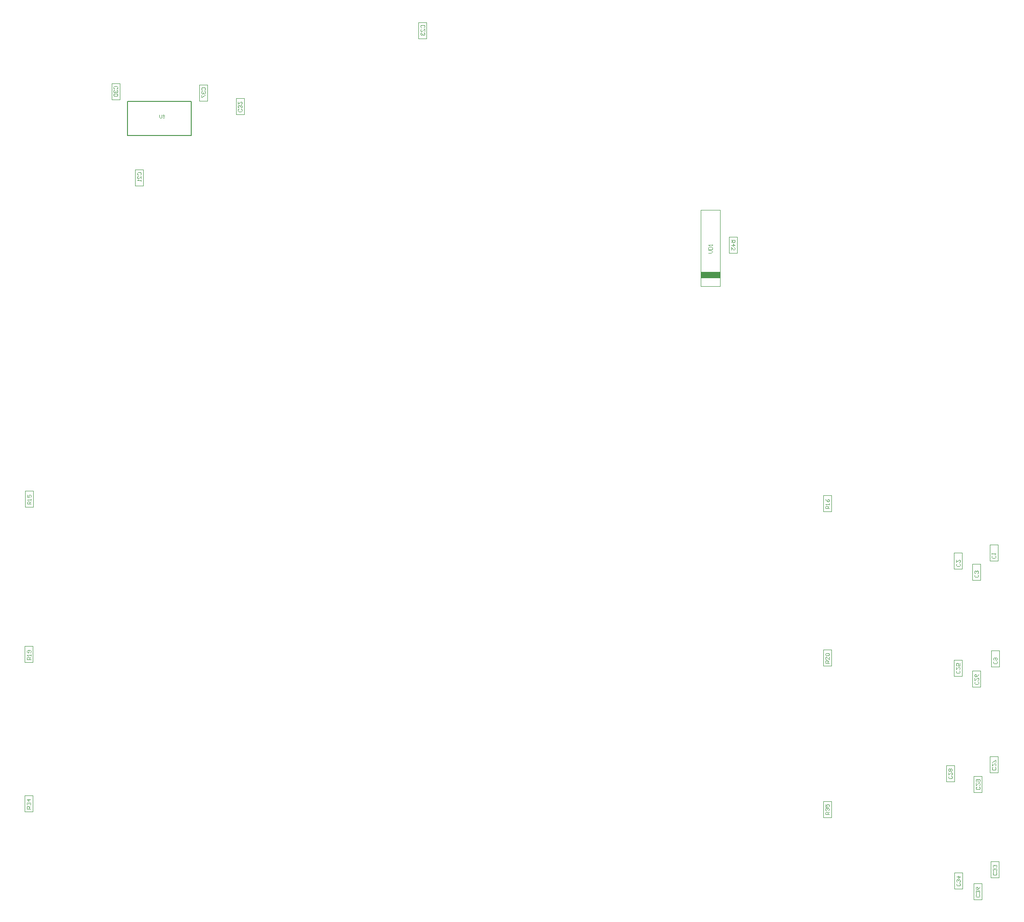
<source format=gbr>
%TF.GenerationSoftware,Altium Limited,Altium Designer,24.7.2 (38)*%
G04 Layer_Color=8388736*
%FSLAX43Y43*%
%MOMM*%
%TF.SameCoordinates,3DDE4B3C-03A5-4BC3-9972-2EF5A5DF1AA7*%
%TF.FilePolarity,Positive*%
%TF.FileFunction,Other,Top_Assembly*%
%TF.Part,Single*%
G01*
G75*
%TA.AperFunction,NonConductor*%
%ADD81C,0.200*%
%ADD106C,0.100*%
%ADD107R,3.675X1.300*%
G36*
X30873Y193207D02*
Y193206D01*
Y193202D01*
Y193198D01*
Y193191D01*
X30872Y193183D01*
Y193174D01*
X30871Y193162D01*
X30870Y193151D01*
X30867Y193126D01*
X30864Y193100D01*
X30858Y193076D01*
X30854Y193064D01*
X30851Y193052D01*
Y193051D01*
X30850Y193050D01*
X30848Y193047D01*
X30846Y193043D01*
X30841Y193033D01*
X30832Y193020D01*
X30821Y193005D01*
X30808Y192990D01*
X30792Y192975D01*
X30771Y192961D01*
X30770D01*
X30768Y192959D01*
X30766Y192958D01*
X30761Y192955D01*
X30756Y192953D01*
X30748Y192950D01*
X30741Y192947D01*
X30731Y192943D01*
X30721Y192940D01*
X30710Y192937D01*
X30698Y192934D01*
X30684Y192931D01*
X30670Y192929D01*
X30656Y192928D01*
X30622Y192926D01*
X30614D01*
X30608Y192927D01*
X30600D01*
X30591Y192928D01*
X30581Y192929D01*
X30571Y192929D01*
X30548Y192933D01*
X30523Y192939D01*
X30499Y192946D01*
X30475Y192956D01*
X30474D01*
X30473Y192958D01*
X30470Y192960D01*
X30466Y192962D01*
X30456Y192969D01*
X30444Y192979D01*
X30430Y192992D01*
X30417Y193007D01*
X30404Y193026D01*
X30394Y193046D01*
Y193047D01*
X30393Y193049D01*
X30392Y193052D01*
X30390Y193057D01*
X30388Y193063D01*
X30387Y193070D01*
X30384Y193078D01*
X30382Y193088D01*
X30380Y193100D01*
X30377Y193112D01*
X30376Y193125D01*
X30374Y193138D01*
X30372Y193154D01*
X30371Y193171D01*
X30370Y193188D01*
Y193207D01*
Y193577D01*
X30455D01*
Y193207D01*
Y193206D01*
Y193203D01*
Y193198D01*
Y193193D01*
X30456Y193186D01*
Y193178D01*
X30457Y193161D01*
X30459Y193140D01*
X30462Y193120D01*
X30465Y193100D01*
X30467Y193092D01*
X30470Y193084D01*
X30471Y193082D01*
X30473Y193077D01*
X30477Y193071D01*
X30483Y193062D01*
X30489Y193052D01*
X30499Y193042D01*
X30510Y193032D01*
X30523Y193024D01*
X30524Y193023D01*
X30529Y193020D01*
X30537Y193017D01*
X30548Y193014D01*
X30561Y193009D01*
X30578Y193006D01*
X30596Y193003D01*
X30615Y193002D01*
X30624D01*
X30630Y193003D01*
X30638D01*
X30646Y193004D01*
X30667Y193008D01*
X30689Y193013D01*
X30710Y193020D01*
X30731Y193030D01*
X30740Y193037D01*
X30748Y193044D01*
X30749Y193045D01*
X30750Y193046D01*
X30752Y193049D01*
X30755Y193052D01*
X30757Y193058D01*
X30761Y193064D01*
X30765Y193072D01*
X30768Y193080D01*
X30772Y193090D01*
X30775Y193102D01*
X30779Y193116D01*
X30781Y193131D01*
X30784Y193148D01*
X30786Y193165D01*
X30788Y193186D01*
Y193207D01*
Y193577D01*
X30873D01*
Y193207D01*
D02*
G37*
G36*
X31204Y193578D02*
X31211Y193578D01*
X31220Y193577D01*
X31229Y193576D01*
X31238Y193573D01*
X31260Y193567D01*
X31283Y193559D01*
X31294Y193554D01*
X31305Y193547D01*
X31315Y193539D01*
X31325Y193530D01*
X31326Y193529D01*
X31327Y193529D01*
X31330Y193526D01*
X31333Y193522D01*
X31337Y193517D01*
X31342Y193511D01*
X31351Y193497D01*
X31360Y193480D01*
X31369Y193459D01*
X31375Y193436D01*
X31376Y193424D01*
X31377Y193411D01*
Y193410D01*
Y193409D01*
Y193404D01*
X31376Y193395D01*
X31374Y193385D01*
X31371Y193372D01*
X31367Y193359D01*
X31361Y193346D01*
X31353Y193333D01*
X31352Y193332D01*
X31348Y193328D01*
X31343Y193322D01*
X31335Y193315D01*
X31325Y193307D01*
X31313Y193298D01*
X31299Y193290D01*
X31283Y193283D01*
X31283D01*
X31285Y193282D01*
X31288Y193281D01*
X31292Y193279D01*
X31303Y193274D01*
X31316Y193268D01*
X31330Y193259D01*
X31344Y193248D01*
X31358Y193235D01*
X31371Y193221D01*
Y193220D01*
X31372Y193219D01*
X31376Y193213D01*
X31381Y193204D01*
X31387Y193192D01*
X31393Y193177D01*
X31398Y193160D01*
X31402Y193140D01*
X31403Y193119D01*
Y193118D01*
Y193115D01*
Y193111D01*
X31402Y193105D01*
X31401Y193099D01*
X31400Y193090D01*
X31398Y193081D01*
X31395Y193071D01*
X31389Y193050D01*
X31384Y193038D01*
X31378Y193027D01*
X31371Y193015D01*
X31364Y193003D01*
X31355Y192992D01*
X31344Y192981D01*
X31344Y192980D01*
X31342Y192978D01*
X31339Y192976D01*
X31334Y192973D01*
X31328Y192968D01*
X31321Y192964D01*
X31313Y192959D01*
X31304Y192953D01*
X31294Y192948D01*
X31282Y192943D01*
X31269Y192939D01*
X31256Y192934D01*
X31241Y192931D01*
X31225Y192929D01*
X31209Y192927D01*
X31192Y192926D01*
X31183D01*
X31176Y192927D01*
X31168Y192928D01*
X31159Y192929D01*
X31148Y192930D01*
X31137Y192933D01*
X31112Y192940D01*
X31099Y192944D01*
X31087Y192949D01*
X31074Y192955D01*
X31062Y192963D01*
X31050Y192971D01*
X31038Y192981D01*
X31038Y192982D01*
X31036Y192984D01*
X31033Y192987D01*
X31029Y192991D01*
X31025Y192997D01*
X31020Y193003D01*
X31015Y193011D01*
X31010Y193020D01*
X31004Y193029D01*
X31000Y193040D01*
X30990Y193064D01*
X30987Y193077D01*
X30984Y193091D01*
X30982Y193106D01*
X30981Y193121D01*
Y193122D01*
Y193124D01*
Y193127D01*
X30982Y193131D01*
Y193137D01*
X30983Y193143D01*
X30985Y193158D01*
X30989Y193174D01*
X30994Y193191D01*
X31002Y193209D01*
X31013Y193225D01*
Y193226D01*
X31014Y193227D01*
X31018Y193232D01*
X31025Y193239D01*
X31036Y193248D01*
X31049Y193258D01*
X31064Y193268D01*
X31082Y193276D01*
X31103Y193283D01*
X31102D01*
X31101Y193284D01*
X31099Y193284D01*
X31095Y193286D01*
X31087Y193290D01*
X31075Y193296D01*
X31063Y193303D01*
X31051Y193312D01*
X31040Y193322D01*
X31030Y193333D01*
X31029Y193335D01*
X31026Y193339D01*
X31023Y193346D01*
X31019Y193356D01*
X31014Y193368D01*
X31011Y193382D01*
X31008Y193397D01*
X31007Y193414D01*
Y193415D01*
Y193417D01*
Y193420D01*
X31008Y193426D01*
X31009Y193431D01*
X31010Y193439D01*
X31013Y193455D01*
X31019Y193473D01*
X31028Y193492D01*
X31034Y193503D01*
X31040Y193513D01*
X31049Y193522D01*
X31057Y193531D01*
X31058Y193532D01*
X31060Y193533D01*
X31062Y193536D01*
X31066Y193539D01*
X31071Y193542D01*
X31077Y193546D01*
X31085Y193551D01*
X31092Y193555D01*
X31101Y193560D01*
X31111Y193565D01*
X31123Y193568D01*
X31135Y193572D01*
X31160Y193578D01*
X31175Y193578D01*
X31190Y193579D01*
X31198D01*
X31204Y193578D01*
D02*
G37*
%LPC*%
G36*
X31192Y193515D02*
X31185D01*
X31176Y193513D01*
X31165Y193511D01*
X31153Y193507D01*
X31140Y193503D01*
X31128Y193495D01*
X31116Y193485D01*
X31115Y193484D01*
X31111Y193480D01*
X31107Y193474D01*
X31102Y193466D01*
X31097Y193456D01*
X31092Y193443D01*
X31088Y193431D01*
X31087Y193416D01*
Y193415D01*
Y193414D01*
X31088Y193408D01*
X31089Y193400D01*
X31091Y193390D01*
X31095Y193378D01*
X31099Y193366D01*
X31107Y193353D01*
X31116Y193342D01*
X31117Y193341D01*
X31122Y193337D01*
X31128Y193333D01*
X31136Y193328D01*
X31148Y193322D01*
X31160Y193318D01*
X31175Y193314D01*
X31192Y193313D01*
X31194D01*
X31199Y193314D01*
X31208Y193315D01*
X31219Y193317D01*
X31231Y193321D01*
X31243Y193325D01*
X31256Y193333D01*
X31267Y193342D01*
X31268Y193343D01*
X31271Y193347D01*
X31276Y193353D01*
X31282Y193361D01*
X31287Y193371D01*
X31292Y193383D01*
X31295Y193397D01*
X31296Y193412D01*
Y193413D01*
Y193414D01*
Y193419D01*
X31295Y193428D01*
X31293Y193438D01*
X31289Y193449D01*
X31283Y193461D01*
X31276Y193473D01*
X31266Y193485D01*
X31265Y193486D01*
X31260Y193490D01*
X31254Y193494D01*
X31246Y193500D01*
X31234Y193505D01*
X31222Y193510D01*
X31208Y193514D01*
X31192Y193515D01*
D02*
G37*
G36*
X31189Y193249D02*
X31184D01*
X31180Y193248D01*
X31170Y193247D01*
X31157Y193245D01*
X31142Y193240D01*
X31127Y193234D01*
X31111Y193224D01*
X31098Y193212D01*
X31096Y193211D01*
X31092Y193206D01*
X31087Y193198D01*
X31080Y193187D01*
X31073Y193174D01*
X31067Y193158D01*
X31063Y193140D01*
X31062Y193121D01*
Y193119D01*
Y193115D01*
X31062Y193109D01*
X31063Y193100D01*
X31065Y193090D01*
X31068Y193079D01*
X31072Y193068D01*
X31076Y193056D01*
X31077Y193055D01*
X31079Y193051D01*
X31083Y193045D01*
X31088Y193039D01*
X31095Y193030D01*
X31103Y193022D01*
X31112Y193015D01*
X31124Y193007D01*
X31125Y193006D01*
X31129Y193004D01*
X31136Y193002D01*
X31144Y192999D01*
X31154Y192996D01*
X31166Y192993D01*
X31179Y192991D01*
X31192Y192990D01*
X31197D01*
X31201Y192991D01*
X31212Y192992D01*
X31225Y192995D01*
X31240Y193000D01*
X31256Y193005D01*
X31271Y193015D01*
X31285Y193027D01*
X31287Y193028D01*
X31291Y193033D01*
X31297Y193041D01*
X31304Y193051D01*
X31310Y193064D01*
X31317Y193080D01*
X31320Y193099D01*
X31322Y193118D01*
Y193119D01*
Y193121D01*
Y193124D01*
X31321Y193127D01*
X31320Y193137D01*
X31318Y193151D01*
X31313Y193165D01*
X31307Y193181D01*
X31297Y193197D01*
X31284Y193211D01*
X31283Y193213D01*
X31278Y193217D01*
X31270Y193223D01*
X31258Y193231D01*
X31245Y193237D01*
X31228Y193244D01*
X31209Y193247D01*
X31189Y193249D01*
D02*
G37*
%LPD*%
D81*
X24345Y196151D02*
X36395D01*
Y189701D02*
Y196151D01*
X24345Y189701D02*
X36395D01*
X24345D02*
Y196151D01*
D106*
X187138Y49619D02*
Y52667D01*
X188662Y49619D02*
Y52667D01*
X187138D02*
X188662D01*
X187138Y49619D02*
X188662D01*
X183966Y65764D02*
Y68812D01*
X185490Y65764D02*
Y68812D01*
X183966D02*
X185490D01*
X183966Y65764D02*
X185490D01*
X186988Y69441D02*
Y72489D01*
X188512Y69441D02*
Y72489D01*
X186988D02*
X188512D01*
X186988Y69441D02*
X188512D01*
X186938Y109401D02*
Y112449D01*
X188462Y109401D02*
Y112449D01*
X186938D02*
X188462D01*
X186938Y109401D02*
X188462D01*
X183915Y45453D02*
Y48501D01*
X185439Y45453D02*
Y48501D01*
X183915D02*
X185439D01*
X183915Y45453D02*
X185439D01*
X187238Y89441D02*
Y92489D01*
X188762Y89441D02*
Y92489D01*
X187238D02*
X188762D01*
X187238Y89441D02*
X188762D01*
X183713Y85601D02*
Y88649D01*
X185237Y85601D02*
Y88649D01*
X183713D02*
X185237D01*
X183713Y85601D02*
X185237D01*
X180213Y87676D02*
Y90724D01*
X181737Y87676D02*
Y90724D01*
X180213D02*
X181737D01*
X180213Y87676D02*
X181737D01*
X180263Y47551D02*
Y50599D01*
X181787Y47551D02*
Y50599D01*
X180263D02*
X181787D01*
X180263Y47551D02*
X181787D01*
X178738Y67776D02*
Y70824D01*
X180262Y67776D02*
Y70824D01*
X178738D02*
X180262D01*
X178738Y67776D02*
X180262D01*
X180246Y107877D02*
Y110925D01*
X181770Y107877D02*
Y110925D01*
X180246D02*
X181770D01*
X180246Y107877D02*
X181770D01*
X183664Y105809D02*
Y108857D01*
X185188Y105809D02*
Y108857D01*
X183664D02*
X185188D01*
X183664Y105809D02*
X185188D01*
X157067Y61026D02*
Y64074D01*
X155543Y61026D02*
Y64074D01*
X157067D01*
X155543Y61026D02*
X157067D01*
Y118746D02*
Y121794D01*
X155543Y118746D02*
Y121794D01*
X157067D01*
X155543Y118746D02*
X157067D01*
X132450Y161250D02*
Y175600D01*
X133538D01*
X135038D02*
X136125D01*
X133538D02*
X135038D01*
X136125Y161250D02*
Y175600D01*
X132450Y161250D02*
X136125D01*
X137763Y167476D02*
Y170524D01*
X139287Y167476D02*
Y170524D01*
X137763Y167476D02*
X139287D01*
X137763Y170524D02*
X139287D01*
X79238Y211049D02*
X80762D01*
X79238Y208001D02*
X80762D01*
X79238D02*
Y211049D01*
X80762Y208001D02*
Y211049D01*
X21338Y199509D02*
X22862D01*
X21338Y196461D02*
X22862D01*
X21338D02*
Y199509D01*
X22862Y196461D02*
Y199509D01*
X44788Y193651D02*
X46312D01*
X44788Y196699D02*
X46312D01*
Y193651D02*
Y196699D01*
X44788Y193651D02*
Y196699D01*
X37863Y199270D02*
X39387D01*
X37863Y196222D02*
X39387D01*
X37863D02*
Y199270D01*
X39387Y196222D02*
Y199270D01*
X25798Y183252D02*
X27322D01*
X25798Y180204D02*
X27322D01*
X25798D02*
Y183252D01*
X27322Y180204D02*
Y183252D01*
X155543Y89566D02*
X157067D01*
X155543Y92614D02*
X157067D01*
X155543Y89566D02*
Y92614D01*
X157067Y89566D02*
Y92614D01*
X5028Y119606D02*
X6552D01*
X5028Y122654D02*
X6552D01*
X5028Y119606D02*
Y122654D01*
X6552Y119606D02*
Y122654D01*
X4938Y62076D02*
X6462D01*
X4938Y65124D02*
X6462D01*
X4938Y62076D02*
Y65124D01*
X6462Y62076D02*
Y65124D01*
X4978Y90256D02*
X6502D01*
X4978Y93304D02*
X6502D01*
X4978Y90256D02*
Y93304D01*
X6502Y90256D02*
Y93304D01*
X188133Y50635D02*
X188250Y50518D01*
Y50285D01*
X188133Y50168D01*
X187667D01*
X187550Y50285D01*
Y50518D01*
X187667Y50635D01*
X188133Y50868D02*
X188250Y50984D01*
Y51218D01*
X188133Y51334D01*
X188016D01*
X187900Y51218D01*
Y51101D01*
Y51218D01*
X187783Y51334D01*
X187667D01*
X187550Y51218D01*
Y50984D01*
X187667Y50868D01*
X188133Y51568D02*
X188250Y51684D01*
Y51917D01*
X188133Y52034D01*
X188016D01*
X187900Y51917D01*
Y51801D01*
Y51917D01*
X187783Y52034D01*
X187667D01*
X187550Y51917D01*
Y51684D01*
X187667Y51568D01*
X184962Y66780D02*
X185078Y66663D01*
Y66430D01*
X184962Y66313D01*
X184495D01*
X184378Y66430D01*
Y66663D01*
X184495Y66780D01*
X184378Y67479D02*
Y67013D01*
X184845Y67479D01*
X184962D01*
X185078Y67363D01*
Y67129D01*
X184962Y67013D01*
X184495Y67713D02*
X184378Y67829D01*
Y68062D01*
X184495Y68179D01*
X184962D01*
X185078Y68062D01*
Y67829D01*
X184962Y67713D01*
X184845D01*
X184728Y67829D01*
Y68179D01*
X187983Y70457D02*
X188100Y70340D01*
Y70107D01*
X187983Y69990D01*
X187517D01*
X187400Y70107D01*
Y70340D01*
X187517Y70457D01*
X187400Y71156D02*
Y70690D01*
X187867Y71156D01*
X187983D01*
X188100Y71040D01*
Y70807D01*
X187983Y70690D01*
X188100Y71390D02*
Y71856D01*
X187983D01*
X187517Y71390D01*
X187400D01*
X187933Y110417D02*
X188050Y110300D01*
Y110067D01*
X187933Y109950D01*
X187467D01*
X187350Y110067D01*
Y110300D01*
X187467Y110417D01*
X187350Y110650D02*
Y110883D01*
Y110766D01*
X188050D01*
X187933Y110650D01*
X184911Y46469D02*
X185027Y46352D01*
Y46119D01*
X184911Y46002D01*
X184444D01*
X184327Y46119D01*
Y46352D01*
X184444Y46469D01*
X184911Y46702D02*
X185027Y46819D01*
Y47052D01*
X184911Y47169D01*
X184794D01*
X184677Y47052D01*
Y46935D01*
Y47052D01*
X184561Y47169D01*
X184444D01*
X184327Y47052D01*
Y46819D01*
X184444Y46702D01*
X185027Y47868D02*
X184911Y47635D01*
X184677Y47402D01*
X184444D01*
X184327Y47519D01*
Y47752D01*
X184444Y47868D01*
X184561D01*
X184677Y47752D01*
Y47402D01*
X188233Y90457D02*
X188350Y90340D01*
Y90107D01*
X188233Y89990D01*
X187767D01*
X187650Y90107D01*
Y90340D01*
X187767Y90457D01*
Y90690D02*
X187650Y90807D01*
Y91040D01*
X187767Y91156D01*
X188233D01*
X188350Y91040D01*
Y90807D01*
X188233Y90690D01*
X188117D01*
X188000Y90807D01*
Y91156D01*
X184708Y86617D02*
X184825Y86500D01*
Y86267D01*
X184708Y86150D01*
X184241D01*
X184125Y86267D01*
Y86500D01*
X184241Y86617D01*
X184125Y87316D02*
Y86850D01*
X184591Y87316D01*
X184708D01*
X184825Y87200D01*
Y86966D01*
X184708Y86850D01*
X184825Y88016D02*
X184708Y87783D01*
X184475Y87550D01*
X184241D01*
X184125Y87666D01*
Y87899D01*
X184241Y88016D01*
X184358D01*
X184475Y87899D01*
Y87550D01*
X181208Y88692D02*
X181325Y88575D01*
Y88342D01*
X181208Y88225D01*
X180742D01*
X180625Y88342D01*
Y88575D01*
X180742Y88692D01*
X180625Y89391D02*
Y88925D01*
X181092Y89391D01*
X181208D01*
X181325Y89275D01*
Y89041D01*
X181208Y88925D01*
X181325Y90091D02*
Y89625D01*
X180975D01*
X181092Y89858D01*
Y89974D01*
X180975Y90091D01*
X180742D01*
X180625Y89974D01*
Y89741D01*
X180742Y89625D01*
X181258Y48567D02*
X181375Y48450D01*
Y48217D01*
X181258Y48100D01*
X180792D01*
X180675Y48217D01*
Y48450D01*
X180792Y48567D01*
X181258Y48800D02*
X181375Y48916D01*
Y49150D01*
X181258Y49266D01*
X181142D01*
X181025Y49150D01*
Y49033D01*
Y49150D01*
X180908Y49266D01*
X180792D01*
X180675Y49150D01*
Y48916D01*
X180792Y48800D01*
X180675Y49849D02*
X181375D01*
X181025Y49500D01*
Y49966D01*
X179733Y68792D02*
X179850Y68675D01*
Y68442D01*
X179733Y68325D01*
X179267D01*
X179150Y68442D01*
Y68675D01*
X179267Y68792D01*
X179150Y69491D02*
Y69025D01*
X179617Y69491D01*
X179733D01*
X179850Y69375D01*
Y69141D01*
X179733Y69025D01*
Y69725D02*
X179850Y69841D01*
Y70074D01*
X179733Y70191D01*
X179617D01*
X179500Y70074D01*
X179383Y70191D01*
X179267D01*
X179150Y70074D01*
Y69841D01*
X179267Y69725D01*
X179383D01*
X179500Y69841D01*
X179617Y69725D01*
X179733D01*
X179500Y69841D02*
Y70074D01*
X181241Y108893D02*
X181358Y108776D01*
Y108543D01*
X181241Y108426D01*
X180774D01*
X180658Y108543D01*
Y108776D01*
X180774Y108893D01*
X180658Y109592D02*
Y109126D01*
X181124Y109592D01*
X181241D01*
X181358Y109476D01*
Y109242D01*
X181241Y109126D01*
X184659Y106825D02*
X184776Y106708D01*
Y106475D01*
X184659Y106358D01*
X184193D01*
X184076Y106475D01*
Y106708D01*
X184193Y106825D01*
X184659Y107058D02*
X184776Y107174D01*
Y107408D01*
X184659Y107524D01*
X184543D01*
X184426Y107408D01*
Y107291D01*
Y107408D01*
X184310Y107524D01*
X184193D01*
X184076Y107408D01*
Y107174D01*
X184193Y107058D01*
X156655Y61575D02*
X155955D01*
Y61925D01*
X156072Y62042D01*
X156305D01*
X156422Y61925D01*
Y61575D01*
Y61808D02*
X156655Y62042D01*
X156072Y62275D02*
X155955Y62391D01*
Y62625D01*
X156072Y62741D01*
X156188D01*
X156305Y62625D01*
Y62508D01*
Y62625D01*
X156422Y62741D01*
X156538D01*
X156655Y62625D01*
Y62391D01*
X156538Y62275D01*
X155955Y63441D02*
Y62975D01*
X156305D01*
X156188Y63208D01*
Y63324D01*
X156305Y63441D01*
X156538D01*
X156655Y63324D01*
Y63091D01*
X156538Y62975D01*
X156655Y119295D02*
X155955D01*
Y119645D01*
X156072Y119762D01*
X156305D01*
X156422Y119645D01*
Y119295D01*
Y119528D02*
X156655Y119762D01*
Y119995D02*
Y120228D01*
Y120111D01*
X155955D01*
X156072Y119995D01*
X155955Y121044D02*
X156072Y120811D01*
X156305Y120578D01*
X156538D01*
X156655Y120695D01*
Y120928D01*
X156538Y121044D01*
X156422D01*
X156305Y120928D01*
Y120578D01*
X133925Y167500D02*
X134392D01*
X134625Y167733D01*
X134392Y167967D01*
X133925D01*
Y168200D02*
X134625D01*
Y168550D01*
X134508Y168666D01*
X134042D01*
X133925Y168550D01*
Y168200D01*
X134625Y168900D02*
Y169133D01*
Y169016D01*
X133925D01*
X134042Y168900D01*
X138175Y169975D02*
X138875D01*
Y169625D01*
X138758Y169508D01*
X138525D01*
X138408Y169625D01*
Y169975D01*
Y169742D02*
X138175Y169508D01*
Y168925D02*
X138875D01*
X138525Y169275D01*
Y168809D01*
X138175Y168109D02*
Y168575D01*
X138642Y168109D01*
X138758D01*
X138875Y168226D01*
Y168459D01*
X138758Y168575D01*
X79767Y210033D02*
X79650Y210150D01*
Y210383D01*
X79767Y210500D01*
X80233D01*
X80350Y210383D01*
Y210150D01*
X80233Y210033D01*
X80350Y209334D02*
Y209800D01*
X79883Y209334D01*
X79767D01*
X79650Y209450D01*
Y209684D01*
X79767Y209800D01*
Y209100D02*
X79650Y208984D01*
Y208751D01*
X79767Y208634D01*
X79883D01*
X80000Y208751D01*
Y208867D01*
Y208751D01*
X80117Y208634D01*
X80233D01*
X80350Y208751D01*
Y208984D01*
X80233Y209100D01*
X21866Y198493D02*
X21750Y198610D01*
Y198843D01*
X21866Y198960D01*
X22333D01*
X22450Y198843D01*
Y198610D01*
X22333Y198493D01*
X21866Y198260D02*
X21750Y198144D01*
Y197910D01*
X21866Y197794D01*
X21983D01*
X22100Y197910D01*
Y198027D01*
Y197910D01*
X22216Y197794D01*
X22333D01*
X22450Y197910D01*
Y198144D01*
X22333Y198260D01*
X21866Y197560D02*
X21750Y197444D01*
Y197211D01*
X21866Y197094D01*
X22333D01*
X22450Y197211D01*
Y197444D01*
X22333Y197560D01*
X21866D01*
X45783Y194667D02*
X45900Y194550D01*
Y194317D01*
X45783Y194200D01*
X45317D01*
X45200Y194317D01*
Y194550D01*
X45317Y194667D01*
X45783Y194900D02*
X45900Y195016D01*
Y195250D01*
X45783Y195366D01*
X45667D01*
X45550Y195250D01*
Y195133D01*
Y195250D01*
X45433Y195366D01*
X45317D01*
X45200Y195250D01*
Y195016D01*
X45317Y194900D01*
X45200Y196066D02*
Y195600D01*
X45667Y196066D01*
X45783D01*
X45900Y195949D01*
Y195716D01*
X45783Y195600D01*
X38392Y198254D02*
X38275Y198371D01*
Y198604D01*
X38392Y198721D01*
X38858D01*
X38975Y198604D01*
Y198371D01*
X38858Y198254D01*
X38392Y198021D02*
X38275Y197904D01*
Y197671D01*
X38392Y197554D01*
X38508D01*
X38625Y197671D01*
Y197788D01*
Y197671D01*
X38742Y197554D01*
X38858D01*
X38975Y197671D01*
Y197904D01*
X38858Y198021D01*
X38275Y197321D02*
Y196855D01*
X38392D01*
X38858Y197321D01*
X38975D01*
X26327Y182237D02*
X26210Y182354D01*
Y182587D01*
X26327Y182703D01*
X26793D01*
X26910Y182587D01*
Y182354D01*
X26793Y182237D01*
X26910Y181537D02*
Y182004D01*
X26443Y181537D01*
X26327D01*
X26210Y181654D01*
Y181887D01*
X26327Y182004D01*
X26910Y181304D02*
Y181071D01*
Y181187D01*
X26210D01*
X26327Y181304D01*
X156655Y90115D02*
X155955D01*
Y90465D01*
X156072Y90582D01*
X156305D01*
X156422Y90465D01*
Y90115D01*
Y90348D02*
X156655Y90582D01*
Y91281D02*
Y90815D01*
X156188Y91281D01*
X156072D01*
X155955Y91165D01*
Y90931D01*
X156072Y90815D01*
Y91515D02*
X155955Y91631D01*
Y91864D01*
X156072Y91981D01*
X156538D01*
X156655Y91864D01*
Y91631D01*
X156538Y91515D01*
X156072D01*
X6140Y120155D02*
X5440D01*
Y120505D01*
X5557Y120622D01*
X5790D01*
X5907Y120505D01*
Y120155D01*
Y120388D02*
X6140Y120622D01*
Y120855D02*
Y121088D01*
Y120971D01*
X5440D01*
X5557Y120855D01*
X5440Y121904D02*
Y121438D01*
X5790D01*
X5673Y121671D01*
Y121788D01*
X5790Y121904D01*
X6023D01*
X6140Y121788D01*
Y121555D01*
X6023Y121438D01*
X6050Y62625D02*
X5350D01*
Y62975D01*
X5467Y63092D01*
X5700D01*
X5817Y62975D01*
Y62625D01*
Y62858D02*
X6050Y63092D01*
X5467Y63325D02*
X5350Y63441D01*
Y63675D01*
X5467Y63791D01*
X5583D01*
X5700Y63675D01*
Y63558D01*
Y63675D01*
X5817Y63791D01*
X5933D01*
X6050Y63675D01*
Y63441D01*
X5933Y63325D01*
X6050Y64374D02*
X5350D01*
X5700Y64025D01*
Y64491D01*
X6090Y90805D02*
X5390D01*
Y91155D01*
X5507Y91272D01*
X5740D01*
X5857Y91155D01*
Y90805D01*
Y91038D02*
X6090Y91272D01*
Y91505D02*
Y91738D01*
Y91621D01*
X5390D01*
X5507Y91505D01*
X5973Y92088D02*
X6090Y92205D01*
Y92438D01*
X5973Y92554D01*
X5507D01*
X5390Y92438D01*
Y92205D01*
X5507Y92088D01*
X5623D01*
X5740Y92205D01*
Y92554D01*
D107*
X134313Y163326D02*
D03*
%TF.MD5,4fd319126239330e4cc30799c60453fe*%
M02*

</source>
